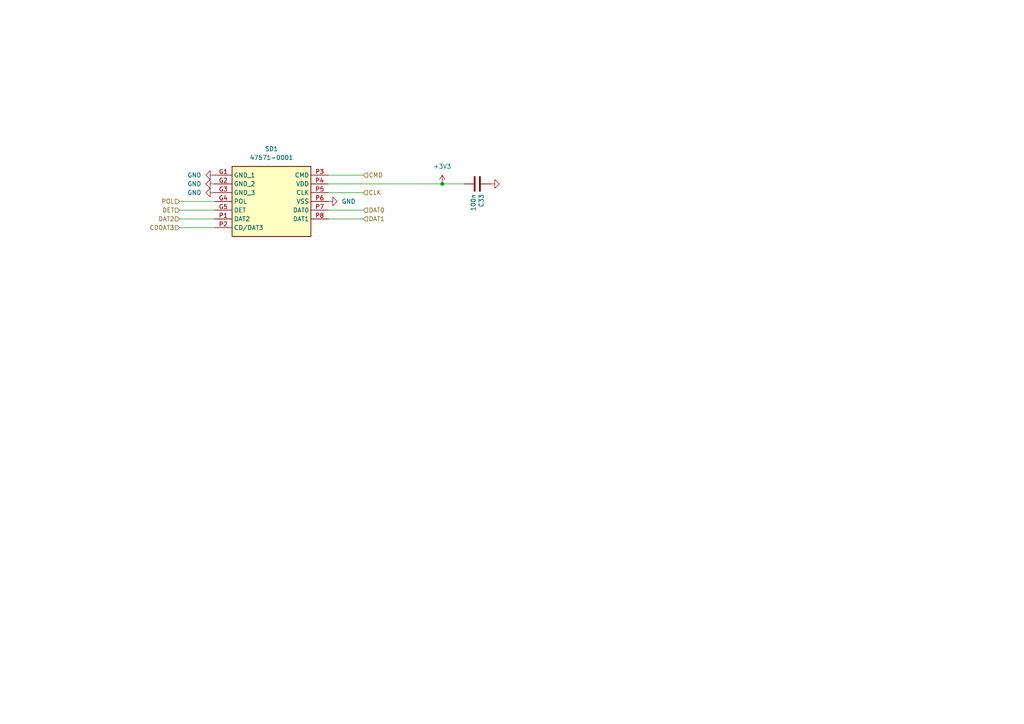
<source format=kicad_sch>
(kicad_sch (version 20231120) (generator "eeschema") (generator_version "8.0")
  (paper "A4")
  (title_block (title "Valera-2350A") (date "2025-01-30") (rev "1.0") (company "Mikhail Matveev") (comment 1 "https://github.com/xtremespb/frank"))
  (lib_symbols
    (symbol "Device:C" (pin_numbers hide) (pin_names (offset 0.254))
      (property "Reference" "C" (at 0.635 2.54 0))
      (property "Value" "C" (at 0.635 -2.54 0))
      (symbol "C_0_1"
        (polyline (pts (xy -2.032 -0.762) (xy 2.032 -0.762)) (stroke (width 0.508)))
        (polyline (pts (xy -2.032 0.762) (xy 2.032 0.762)) (stroke (width 0.508)))
      )
      (symbol "C_1_1"
        (pin passive line (at 0 3.81 270) (length 2.794) (name "~") (number "1"))
        (pin passive line (at 0 -3.81 90) (length 2.794) (name "~") (number "2"))
      )
    )
    (symbol "FRANK:MicroSD_Short"
      (property "Reference" "SD1" (at 16.51 7.62 0))
      (property "Value" "MicroSD_Short" (at 16.51 5.08 0))
      (symbol "MicroSD_Short_1_1"
        (rectangle (start 5.08 2.54) (end 27.94 -17.78) (stroke (width 0.254)) (fill (type background)))
        (pin passive line (at 0 0 0) (length 5.08) (name "GND_1") (number "G1"))
        (pin passive line (at 0 -2.54 0) (length 5.08) (name "GND_2") (number "G2"))
        (pin passive line (at 0 -5.08 0) (length 5.08) (name "GND_3") (number "G3"))
        (pin passive line (at 0 -7.62 0) (length 5.08) (name "POL") (number "G4"))
        (pin passive line (at 0 -10.16 0) (length 5.08) (name "DET") (number "G5"))
        (pin passive line (at 0 -12.7 0) (length 5.08) (name "DAT2") (number "P1"))
        (pin passive line (at 0 -15.24 0) (length 5.08) (name "CD/DAT3") (number "P2"))
        (pin passive line (at 33.02 0 180) (length 5.08) (name "CMD") (number "P3"))
        (pin passive line (at 33.02 -2.54 180) (length 5.08) (name "VDD") (number "P4"))
        (pin passive line (at 33.02 -5.08 180) (length 5.08) (name "CLK") (number "P5"))
        (pin passive line (at 33.02 -7.62 180) (length 5.08) (name "VSS") (number "P6"))
        (pin passive line (at 33.02 -10.16 180) (length 5.08) (name "DAT0") (number "P7"))
        (pin passive line (at 33.02 -12.7 180) (length 5.08) (name "DAT1") (number "P8"))
      )
    )
    (symbol "GND_1" (power) (pin_numbers hide) (pin_names (offset 0) hide)
      (property "Value" "GND" (at 0 -3.81 0))
      (symbol "GND_1_0_1"
        (polyline (pts (xy 0 0) (xy 0 -1.27) (xy 1.27 -1.27) (xy 0 -2.54) (xy -1.27 -1.27) (xy 0 -1.27)))
      )
      (symbol "GND_1_1_1"
        (pin power_in line (at 0 0 270) (length 0) (name "~") (number "1"))
      )
    )
    (symbol "power:+3V3" (power) (pin_numbers hide) (pin_names (offset 0) hide)
      (property "Value" "+3V3" (at 0 3.556 0))
      (symbol "+3V3_0_1"
        (polyline (pts (xy -0.762 1.27) (xy 0 2.54)))
        (polyline (pts (xy 0 0) (xy 0 2.54)))
        (polyline (pts (xy 0 2.54) (xy 0.762 1.27)))
      )
      (symbol "+3V3_1_1"
        (pin power_in line (at 0 0 90) (length 0) (name "~") (number "1"))
      )
    )
    (symbol "power:GND" (power) (pin_numbers hide) (pin_names (offset 0) hide)
      (property "Value" "GND" (at 0 -3.81 0))
      (symbol "GND_0_1"
        (polyline (pts (xy 0 0) (xy 0 -1.27) (xy 1.27 -1.27) (xy 0 -2.54) (xy -1.27 -1.27) (xy 0 -1.27)))
      )
      (symbol "GND_1_1"
        (pin power_in line (at 0 0 270) (length 0) (name "~") (number "1"))
      )
    )
  )
  (junction (at 128.27 53.34))
  (wire (pts (xy 95.25 60.96) (xy 105.41 60.96)))
  (wire (pts (xy 95.25 63.5) (xy 105.41 63.5)))
  (wire (pts (xy 52.07 66.04) (xy 62.23 66.04)))
  (wire (pts (xy 52.07 63.5) (xy 62.23 63.5)))
  (wire (pts (xy 95.25 50.8) (xy 105.41 50.8)))
  (wire (pts (xy 128.27 53.34) (xy 134.62 53.34)))
  (wire (pts (xy 95.25 55.88) (xy 105.41 55.88)))
  (wire (pts (xy 52.07 58.42) (xy 62.23 58.42)))
  (wire (pts (xy 95.25 53.34) (xy 128.27 53.34)))
  (wire (pts (xy 52.07 60.96) (xy 62.23 60.96)))
  (hierarchical_label "CLK" (shape input) (at 105.41 55.88 0))
  (hierarchical_label "DAT0" (shape input) (at 105.41 60.96 0))
  (hierarchical_label "DAT1" (shape input) (at 105.41 63.5 0))
  (hierarchical_label "DET" (shape input) (at 52.07 60.96 180))
  (hierarchical_label "CDDAT3" (shape input) (at 52.07 66.04 180))
  (hierarchical_label "DAT2" (shape input) (at 52.07 63.5 180))
  (hierarchical_label "POL" (shape input) (at 52.07 58.42 180))
  (hierarchical_label "CMD" (shape input) (at 105.41 50.8 0))
  (symbol (lib_id "Device:C") (at 138.43 53.34 270) (unit 1)
    (property "Reference" "C33" (at 139.5984 56.261 0) (effects (justify left)))
    (property "Value" "100n" (at 137.287 56.261 0) (effects (justify left)))
    (property "Footprint" "FRANK:Capacitor (0805)" (effects (hide yes)))
    (property "Datasheet" "https://eu.mouser.com/datasheet/2/447/KEM_C1075_X7R_HT_SMD-3316221.pdf" (effects (hide yes)))
    (property "AliExpress" "https://www.aliexpress.com/item/33008008276.html" (effects (hide yes)))
  )
  (symbol (lib_id "power:+3V3") (at 128.27 53.34 0) (unit 1)
    (property "Reference" "#PWR060" (effects (hide yes)))
    (property "Value" "+3V3" (at 128.27 48.26 0))
    (property "Description" "Power symbol creates a global label with name \"+3V3\"" (effects (hide yes)))
  )
  (symbol (lib_id "power:GND") (at 142.24 53.34 90) (unit 1)
    (property "Reference" "#PWR061" (effects (hide yes)))
    (property "Value" "GND" (effects (hide yes)))
    (property "Description" "Power symbol creates a global label with name \"GND\" , ground" (effects (hide yes)))
  )
  (symbol (lib_name "GND_1") (lib_id "power:GND") (at 62.23 53.34 270) (unit 1)
    (property "Reference" "#PWR059" (effects (hide yes)))
    (property "Value" "GND" (at 58.42 53.3399 90) (effects (justify right)))
    (property "Description" "Power symbol creates a global label with name \"GND\" , ground" (effects (hide yes)))
  )
  (symbol (lib_id "FRANK:MicroSD_Short") (at 62.23 50.8 0) (unit 1)
    (property "Reference" "SD1" (at 78.74 43.18 0))
    (property "Value" "47571-0001" (at 78.74 45.72 0))
    (property "Footprint" "FRANK:MicroSD (SMD, short)" (effects (hide yes)))
    (property "Datasheet" "https://componentsearchengine.com/Datasheets/2/47571-0001.pdf" (effects (hide yes)))
    (property "Description" "Memory Card Connectors ASSY FOR TFR HEADER HEADER W/DETECT PIN" (effects (hide yes)))
    (property "Height" "2.3" (effects (hide yes)))
    (property "Mouser Part Number" "538-47571-0001" (effects (hide yes)))
    (property "Mouser Price/Stock" "https://www.mouser.co.uk/ProductDetail/Molex/47571-0001?qs=qM7ngqbhX5UTJOg9nqKLJQ%3D%3D" (effects (hide yes)))
    (property "Manufacturer_Name" "Molex" (effects (hide yes)))
    (property "Manufacturer_Part_Number" "47571-0001" (effects (hide yes)))
    (property "AliExpress" "https://www.aliexpress.com/item/1005005302426366.html" (effects (hide yes)))
  )
  (symbol (lib_name "GND_1") (lib_id "power:GND") (at 95.25 58.42 90) (unit 1)
    (property "Reference" "#PWR063" (effects (hide yes)))
    (property "Value" "GND" (at 99.06 58.4199 90) (effects (justify right)))
    (property "Description" "Power symbol creates a global label with name \"GND\" , ground" (effects (hide yes)))
  )
  (symbol (lib_name "GND_1") (lib_id "power:GND") (at 62.23 55.88 270) (unit 1)
    (property "Reference" "#PWR062" (effects (hide yes)))
    (property "Value" "GND" (at 58.42 55.8799 90) (effects (justify right)))
    (property "Description" "Power symbol creates a global label with name \"GND\" , ground" (effects (hide yes)))
  )
  (symbol (lib_name "GND_1") (lib_id "power:GND") (at 62.23 50.8 270) (unit 1)
    (property "Reference" "#PWR058" (effects (hide yes)))
    (property "Value" "GND" (at 58.42 50.7999 90) (effects (justify right)))
    (property "Description" "Power symbol creates a global label with name \"GND\" , ground" (effects (hide yes)))
  )
)
</source>
